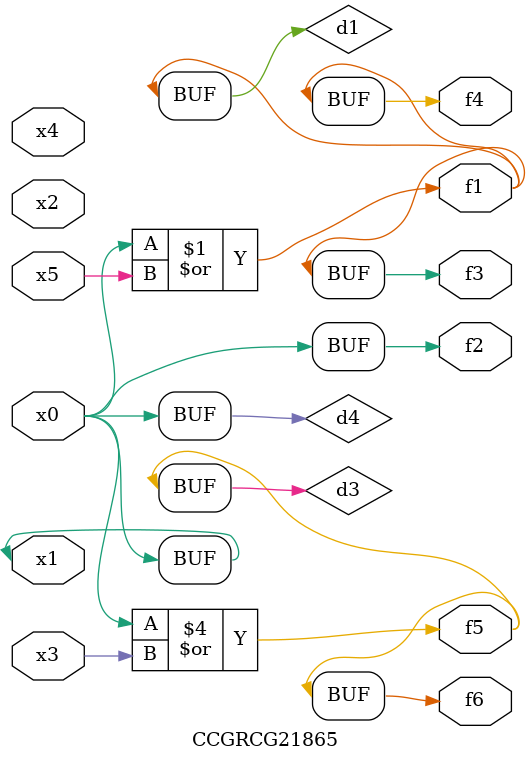
<source format=v>
module CCGRCG21865(
	input x0, x1, x2, x3, x4, x5,
	output f1, f2, f3, f4, f5, f6
);

	wire d1, d2, d3, d4;

	or (d1, x0, x5);
	xnor (d2, x1, x4);
	or (d3, x0, x3);
	buf (d4, x0, x1);
	assign f1 = d1;
	assign f2 = d4;
	assign f3 = d1;
	assign f4 = d1;
	assign f5 = d3;
	assign f6 = d3;
endmodule

</source>
